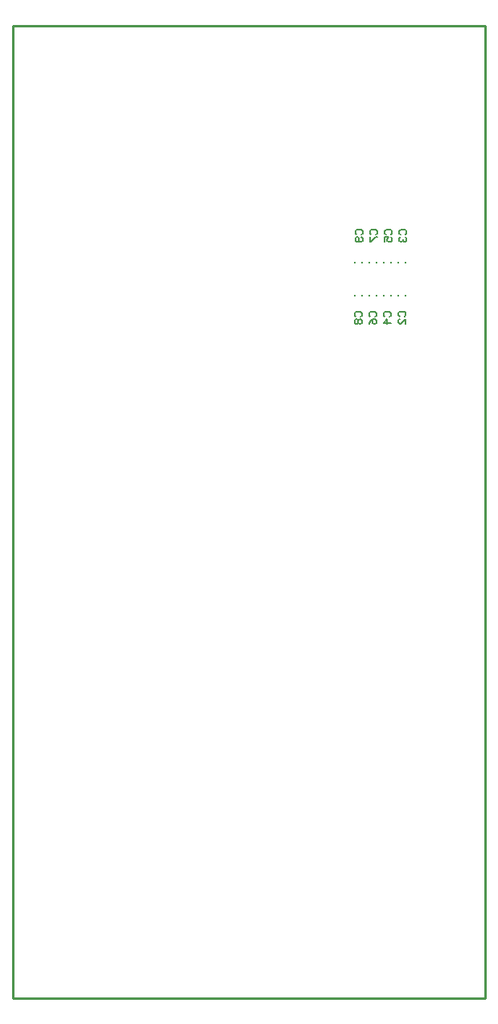
<source format=gbo>
G04*
G04 #@! TF.GenerationSoftware,Altium Limited,Altium Designer,20.2.8 (258)*
G04*
G04 Layer_Color=32896*
%FSLAX25Y25*%
%MOIN*%
G70*
G04*
G04 #@! TF.SameCoordinates,1A047D9A-836D-465F-8526-38319891AFC0*
G04*
G04*
G04 #@! TF.FilePolarity,Positive*
G04*
G01*
G75*
%ADD10C,0.00500*%
%ADD13C,0.00787*%
%ADD15C,0.01000*%
D10*
X657401Y413501D02*
X656901Y414001D01*
Y415000D01*
X657401Y415500D01*
X659400D01*
X659900Y415000D01*
Y414001D01*
X659400Y413501D01*
Y412501D02*
X659900Y412001D01*
Y411001D01*
X659400Y410502D01*
X657401D01*
X656901Y411001D01*
Y412001D01*
X657401Y412501D01*
X657901D01*
X658400Y412001D01*
Y410502D01*
X657000Y379500D02*
X656500Y380000D01*
Y380999D01*
X657000Y381499D01*
X659000D01*
X659500Y380999D01*
Y380000D01*
X659000Y379500D01*
X657000Y378500D02*
X656500Y378000D01*
Y377001D01*
X657000Y376501D01*
X657500D01*
X658000Y377001D01*
X658500Y376501D01*
X659000D01*
X659500Y377001D01*
Y378000D01*
X659000Y378500D01*
X658500D01*
X658000Y378000D01*
X657500Y378500D01*
X657000D01*
X658000Y378000D02*
Y377001D01*
X663401Y413501D02*
X662901Y414001D01*
Y415000D01*
X663401Y415500D01*
X665400D01*
X665900Y415000D01*
Y414001D01*
X665400Y413501D01*
X662901Y412501D02*
Y410502D01*
X663401D01*
X665400Y412501D01*
X665900D01*
X663000Y379500D02*
X662500Y380000D01*
Y380999D01*
X663000Y381499D01*
X665000D01*
X665499Y380999D01*
Y380000D01*
X665000Y379500D01*
X662500Y376501D02*
X663000Y377501D01*
X664000Y378500D01*
X665000D01*
X665499Y378000D01*
Y377001D01*
X665000Y376501D01*
X664500D01*
X664000Y377001D01*
Y378500D01*
X669451Y413501D02*
X668951Y414001D01*
Y415000D01*
X669451Y415500D01*
X671451D01*
X671950Y415000D01*
Y414001D01*
X671451Y413501D01*
X668951Y410502D02*
Y412501D01*
X670451D01*
X669951Y411501D01*
Y411001D01*
X670451Y410502D01*
X671451D01*
X671950Y411001D01*
Y412001D01*
X671451Y412501D01*
X669000Y379500D02*
X668501Y380000D01*
Y380999D01*
X669000Y381499D01*
X671000D01*
X671499Y380999D01*
Y380000D01*
X671000Y379500D01*
X671499Y377001D02*
X668501D01*
X670000Y378500D01*
Y376501D01*
X675451Y413501D02*
X674951Y414001D01*
Y415000D01*
X675451Y415500D01*
X677451D01*
X677950Y415000D01*
Y414001D01*
X677451Y413501D01*
X675451Y412501D02*
X674951Y412001D01*
Y411001D01*
X675451Y410502D01*
X675951D01*
X676451Y411001D01*
Y411501D01*
Y411001D01*
X676951Y410502D01*
X677451D01*
X677950Y411001D01*
Y412001D01*
X677451Y412501D01*
X675200Y379600D02*
X674700Y380100D01*
Y381099D01*
X675200Y381599D01*
X677200D01*
X677700Y381099D01*
Y380100D01*
X677200Y379600D01*
X677700Y376601D02*
Y378600D01*
X675700Y376601D01*
X675200D01*
X674700Y377101D01*
Y378100D01*
X675200Y378600D01*
D13*
X677575Y401803D02*
Y402197D01*
X674425Y401803D02*
Y402197D01*
X674425Y388303D02*
Y388697D01*
X677575Y388303D02*
Y388697D01*
X668425Y388303D02*
Y388697D01*
X671575Y388303D02*
Y388697D01*
X671575Y401803D02*
Y402197D01*
X668425Y401803D02*
Y402197D01*
X656425Y388303D02*
Y388697D01*
X659575Y388303D02*
Y388697D01*
X662425Y401803D02*
Y402197D01*
X665575Y401803D02*
Y402197D01*
X659575Y401803D02*
Y402197D01*
X656425Y401803D02*
Y402197D01*
X665575Y388303D02*
Y388697D01*
X662425Y388303D02*
Y388697D01*
D15*
X515000Y97500D02*
Y500000D01*
Y97500D02*
X710500D01*
Y500000D01*
X515000D02*
X710500D01*
M02*

</source>
